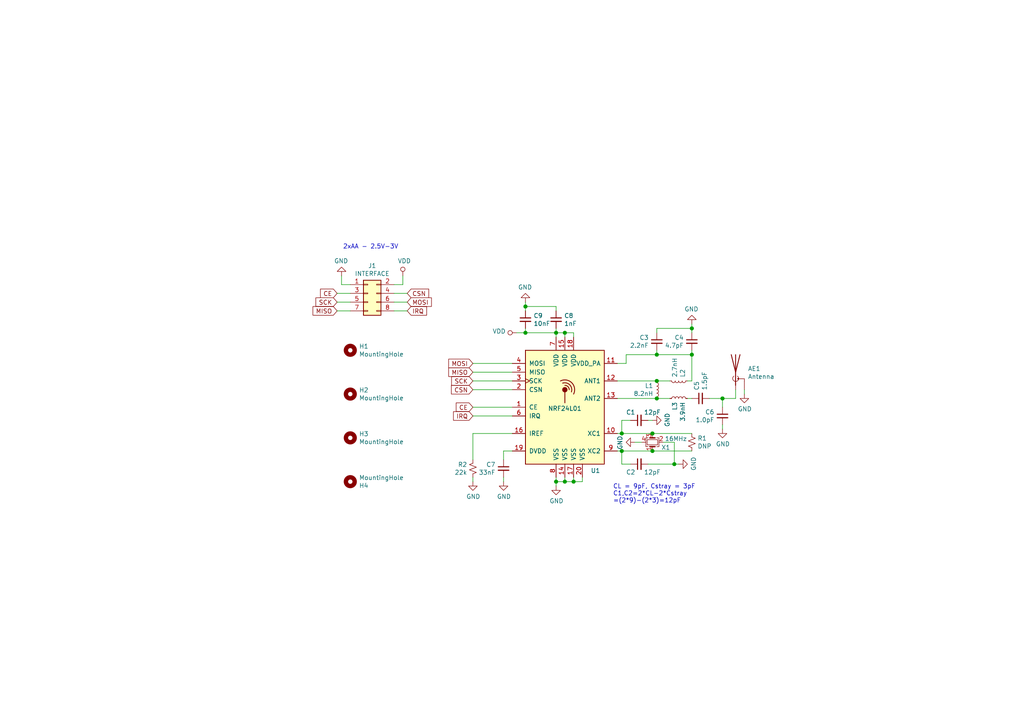
<source format=kicad_sch>
(kicad_sch (version 20201015) (generator eeschema)
  (paper "A4")
  (lib_symbols
    (symbol "Connector_Generic:Conn_02x04_Odd_Even" (pin_names (offset 1.016) hide)
      (property "Reference" "J" (at 1.27 5.08 0))
      (property "Value" "Conn_02x04_Odd_Even" (at 1.27 -7.62 0))
      (symbol "Conn_02x04_Odd_Even_1_1"
        (rectangle (start -1.27 -4.953) (end 0 -5.207) (stroke (width 0.1524)))
        (rectangle (start -1.27 -2.413) (end 0 -2.667) (stroke (width 0.1524)))
        (rectangle (start -1.27 0.127) (end 0 -0.127) (stroke (width 0.1524)))
        (rectangle (start -1.27 2.667) (end 0 2.413) (stroke (width 0.1524)))
        (rectangle (start -1.27 3.81) (end 3.81 -6.35) (stroke (width 0.254)) (fill (type background)))
        (rectangle (start 3.81 -4.953) (end 2.54 -5.207) (stroke (width 0.1524)))
        (rectangle (start 3.81 -2.413) (end 2.54 -2.667) (stroke (width 0.1524)))
        (rectangle (start 3.81 0.127) (end 2.54 -0.127) (stroke (width 0.1524)))
        (rectangle (start 3.81 2.667) (end 2.54 2.413) (stroke (width 0.1524)))
        (pin passive line (at -5.08 2.54 0) (length 3.81) (name "Pin_1") (number "1"))
        (pin passive line (at 7.62 2.54 180) (length 3.81) (name "Pin_2") (number "2"))
        (pin passive line (at -5.08 0 0) (length 3.81) (name "Pin_3") (number "3"))
        (pin passive line (at 7.62 0 180) (length 3.81) (name "Pin_4") (number "4"))
        (pin passive line (at -5.08 -2.54 0) (length 3.81) (name "Pin_5") (number "5"))
        (pin passive line (at 7.62 -2.54 180) (length 3.81) (name "Pin_6") (number "6"))
        (pin passive line (at -5.08 -5.08 0) (length 3.81) (name "Pin_7") (number "7"))
        (pin passive line (at 7.62 -5.08 180) (length 3.81) (name "Pin_8") (number "8"))
      )
    )
    (symbol "Device:Antenna_Shield" (pin_numbers hide) (pin_names (offset 1.016) hide)
      (property "Reference" "AE" (at -1.905 4.445 0))
      (property "Value" "Antenna_Shield" (at -1.905 2.54 0))
      (symbol "Antenna_Shield_0_1"
        (arc (start 0 -2.667) (end -0.508 -1.143) (radius (at -0.0254 -1.8542) (length 0.8128) (angles -88.2 124.2)))
        (arc (start 0 -2.667) (end 0.508 -1.143) (radius (at 0.0254 -1.8542) (length 0.8128) (angles -91.8 55.8)))
        (circle (center 0.762 -1.905) (radius 0.1778) (fill (type outline)))
        (polyline (pts (xy 0 -2.54) (xy 0 0)))
        (polyline (pts (xy 0 5.08) (xy 0 -3.81)) (stroke (width 0.254)))
        (polyline (pts (xy 0.762 -1.905) (xy 2.54 -1.905)))
        (polyline (pts (xy 2.54 -2.54) (xy 2.54 -1.905)))
        (polyline (pts (xy 1.27 5.08) (xy 0 0) (xy -1.27 5.08)) (stroke (width 0.254)))
      )
      (symbol "Antenna_Shield_1_1"
        (pin input line (at 0 -5.08 90) (length 2.54) (name "A") (number "1"))
        (pin input line (at 2.54 -5.08 90) (length 2.54) (name "Shield") (number "2"))
      )
    )
    (symbol "Device:C_Small" (pin_numbers hide) (pin_names (offset 0.254) hide)
      (property "Reference" "C" (at 0.254 1.778 0))
      (property "Value" "C_Small" (at 0.254 -2.032 0))
      (symbol "C_Small_0_1"
        (polyline (pts (xy -1.524 -0.508) (xy 1.524 -0.508)) (stroke (width 0.3302)))
        (polyline (pts (xy -1.524 0.508) (xy 1.524 0.508)) (stroke (width 0.3048)))
      )
      (symbol "C_Small_1_1"
        (pin passive line (at 0 2.54 270) (length 2.032) (name "~") (number "1"))
        (pin passive line (at 0 -2.54 90) (length 2.032) (name "~") (number "2"))
      )
    )
    (symbol "Device:Crystal_GND24_Small" (pin_names (offset 1.016) hide)
      (property "Reference" "Y" (at 1.27 4.445 0))
      (property "Value" "Crystal_GND24_Small" (at 1.27 2.54 0))
      (symbol "Crystal_GND24_Small_0_1"
        (rectangle (start -0.762 -1.524) (end 0.762 1.524))
        (polyline (pts (xy -1.27 -0.762) (xy -1.27 0.762)) (stroke (width 0.381)))
        (polyline (pts (xy 1.27 -0.762) (xy 1.27 0.762)) (stroke (width 0.381)))
        (polyline (pts (xy -1.27 -1.27) (xy -1.27 -1.905) (xy 1.27 -1.905) (xy 1.27 -1.27)))
        (polyline (pts (xy -1.27 1.27) (xy -1.27 1.905) (xy 1.27 1.905) (xy 1.27 1.27)))
      )
      (symbol "Crystal_GND24_Small_1_1"
        (pin passive line (at -2.54 0 0) (length 1.27) (name "1") (number "1"))
        (pin passive line (at 0 -3.175 90) (length 1.27) (name "2") (number "2"))
        (pin passive line (at 2.54 0 180) (length 1.27) (name "3") (number "3"))
        (pin passive line (at 0 3.175 270) (length 1.27) (name "4") (number "4"))
      )
    )
    (symbol "Device:L_Small" (pin_numbers hide) (pin_names (offset 0.254) hide)
      (property "Reference" "L" (at 0.762 1.016 0))
      (property "Value" "L_Small" (at 0.762 -1.016 0))
      (symbol "L_Small_0_1"
        (arc (start 0 -2.032) (end 0 -1.016) (radius (at 0 -1.524) (length 0.508) (angles -89.9 89.9)))
        (arc (start 0 -1.016) (end 0 0) (radius (at 0 -0.508) (length 0.508) (angles -89.9 89.9)))
        (arc (start 0 0) (end 0 1.016) (radius (at 0 0.508) (length 0.508) (angles -89.9 89.9)))
        (arc (start 0 1.016) (end 0 2.032) (radius (at 0 1.524) (length 0.508) (angles -89.9 89.9)))
      )
      (symbol "L_Small_1_1"
        (pin passive line (at 0 2.54 270) (length 0.508) (name "~") (number "1"))
        (pin passive line (at 0 -2.54 90) (length 0.508) (name "~") (number "2"))
      )
    )
    (symbol "Device:R_Small_US" (pin_numbers hide) (pin_names (offset 0.254) hide)
      (property "Reference" "R" (at 0.762 0.508 0))
      (property "Value" "R_Small_US" (at 0.762 -1.016 0))
      (symbol "R_Small_US_1_1"
        (polyline (pts (xy 0 0) (xy 1.016 -0.381) (xy 0 -0.762) (xy -1.016 -1.143) (xy 0 -1.524)))
        (polyline (pts (xy 0 1.524) (xy 1.016 1.143) (xy 0 0.762) (xy -1.016 0.381) (xy 0 0)))
        (pin passive line (at 0 2.54 270) (length 1.016) (name "~") (number "1"))
        (pin passive line (at 0 -2.54 90) (length 1.016) (name "~") (number "2"))
      )
    )
    (symbol "Mechanical:MountingHole" (pin_names (offset 1.016))
      (property "Reference" "H" (at 0 5.08 0))
      (property "Value" "MountingHole" (at 0 3.175 0))
      (symbol "MountingHole_0_1"
        (circle (center 0 0) (radius 1.27) (stroke (width 1.27)))
      )
    )
    (symbol "RF:NRF24L01_1" (pin_names (offset 1.016))
      (property "Reference" "U" (at -11.43 17.78 0))
      (property "Value" "NRF24L01" (at 5.08 17.78 0))
      (symbol "NRF24L01_1_0_0"
        (pin power_in line (at 5.08 -20.32 90) (length 3.81) hide (name "EP") (number "21"))
      )
      (symbol "NRF24L01_1_0_1"
        (arc (start -1.27 7.62) (end 2.54 3.81) (radius (at 0 5.08) (length 2.8448) (angles 116.6 -26.6)) (stroke (width 0.254)))
        (arc (start 0 6.35) (end 1.27 5.08) (radius (at 0 5.1054) (length 1.2446) (angles 90 -1.1)) (stroke (width 0.254)))
        (arc (start -0.635 6.985) (end 1.905 4.445) (radius (at 0 5.1054) (length 1.9812) (angles 108.7 -19.1)) (stroke (width 0.254)))
        (circle (center 0 5.08) (radius 0.635) (stroke (width 0.254)) (fill (type outline)))
        (rectangle (start -11.43 16.51) (end 11.43 -16.51) (stroke (width 0.254)) (fill (type background)))
        (rectangle (start 11.43 -13.97) (end 11.43 -13.97))
        (polyline (pts (xy 0 4.445) (xy 0 1.27)) (stroke (width 0.254)))
      )
      (symbol "NRF24L01_1_1_1"
        (pin input line (at -15.24 0 0) (length 3.81) (name "CE") (number "1"))
        (pin passive line (at 15.24 -7.62 180) (length 3.81) (name "XC1") (number "10"))
        (pin power_out line (at 15.24 12.7 180) (length 3.81) (name "VDD_PA") (number "11"))
        (pin passive line (at 15.24 7.62 180) (length 3.81) (name "ANT1") (number "12"))
        (pin passive line (at 15.24 2.54 180) (length 3.81) (name "ANT2") (number "13"))
        (pin power_in line (at 0 -20.32 90) (length 3.81) (name "VSS") (number "14"))
        (pin power_in line (at 0 20.32 270) (length 3.81) (name "VDD") (number "15"))
        (pin passive line (at -15.24 -7.62 0) (length 3.81) (name "IREF") (number "16"))
        (pin power_in line (at 2.54 -20.32 90) (length 3.81) (name "VSS") (number "17"))
        (pin power_in line (at 2.54 20.32 270) (length 3.81) (name "VDD") (number "18"))
        (pin power_out line (at -15.24 -12.7 0) (length 3.81) (name "DVDD") (number "19"))
        (pin input line (at -15.24 5.08 0) (length 3.81) (name "CSN") (number "2"))
        (pin power_in line (at 5.08 -20.32 90) (length 3.81) (name "VSS") (number "20"))
        (pin input clock (at -15.24 7.62 0) (length 3.81) (name "SCK") (number "3"))
        (pin input line (at -15.24 12.7 0) (length 3.81) (name "MOSI") (number "4"))
        (pin output line (at -15.24 10.16 0) (length 3.81) (name "MISO") (number "5"))
        (pin output line (at -15.24 -2.54 0) (length 3.81) (name "IRQ") (number "6"))
        (pin power_in line (at -2.54 20.32 270) (length 3.81) (name "VDD") (number "7"))
        (pin power_in line (at -2.54 -20.32 90) (length 3.81) (name "VSS") (number "8"))
        (pin passive line (at 15.24 -12.7 180) (length 3.81) (name "XC2") (number "9"))
      )
    )
    (symbol "power:GND" (power) (pin_names (offset 0))
      (property "Value" "GND" (at 0 -3.81 0))
      (symbol "GND_0_1"
        (polyline (pts (xy 0 0) (xy 0 -1.27) (xy 1.27 -1.27) (xy 0 -2.54) (xy -1.27 -1.27) (xy 0 -1.27)))
      )
      (symbol "GND_1_1"
        (pin power_in line (at 0 0 270) (length 0) hide (name "GND") (number "1"))
      )
    )
    (symbol "power:VDD" (power) (pin_names (offset 0))
      (property "Value" "VDD" (at 0 3.81 0))
      (symbol "VDD_0_1"
        (circle (center 0 1.905) (radius 0.635))
        (polyline (pts (xy 0 0) (xy 0 1.27)))
      )
      (symbol "VDD_1_1"
        (pin power_in line (at 0 0 90) (length 0) hide (name "VDD") (number "1"))
      )
    )
  )
  (junction (at 152.4 88.9) (diameter 1.016))
  (junction (at 152.4 96.52) (diameter 1.016))
  (junction (at 161.29 96.52) (diameter 1.016))
  (junction (at 161.29 139.7) (diameter 1.016))
  (junction (at 163.83 96.52) (diameter 1.016))
  (junction (at 163.83 139.7) (diameter 1.016))
  (junction (at 166.37 139.7) (diameter 1.016))
  (junction (at 180.34 125.73) (diameter 1.016))
  (junction (at 180.34 130.81) (diameter 1.016))
  (junction (at 189.23 125.73) (diameter 1.016))
  (junction (at 189.23 130.81) (diameter 1.016))
  (junction (at 190.5 102.87) (diameter 1.016))
  (junction (at 190.5 110.49) (diameter 1.016))
  (junction (at 190.5 115.57) (diameter 1.016))
  (junction (at 195.58 134.62) (diameter 1.016))
  (junction (at 200.66 95.25) (diameter 1.016))
  (junction (at 200.66 102.87) (diameter 1.016))
  (junction (at 209.55 115.57) (diameter 1.016))
  (wire (pts (xy 97.79 85.09) (xy 101.6 85.09)))
  (wire (pts (xy 97.79 87.63) (xy 101.6 87.63)))
  (wire (pts (xy 97.79 90.17) (xy 101.6 90.17)))
  (wire (pts (xy 99.06 80.01) (xy 99.06 82.55)))
  (wire (pts (xy 99.06 82.55) (xy 101.6 82.55)))
  (wire (pts (xy 114.3 85.09) (xy 118.11 85.09)))
  (wire (pts (xy 114.3 87.63) (xy 118.11 87.63)))
  (wire (pts (xy 114.3 90.17) (xy 118.11 90.17)))
  (wire (pts (xy 116.84 80.01) (xy 116.84 82.55)))
  (wire (pts (xy 116.84 82.55) (xy 114.3 82.55)))
  (wire (pts (xy 137.16 105.41) (xy 148.59 105.41)))
  (wire (pts (xy 137.16 107.95) (xy 148.59 107.95)))
  (wire (pts (xy 137.16 110.49) (xy 148.59 110.49)))
  (wire (pts (xy 137.16 113.03) (xy 148.59 113.03)))
  (wire (pts (xy 137.16 118.11) (xy 148.59 118.11)))
  (wire (pts (xy 137.16 120.65) (xy 148.59 120.65)))
  (wire (pts (xy 137.16 125.73) (xy 148.59 125.73)))
  (wire (pts (xy 137.16 133.35) (xy 137.16 125.73)))
  (wire (pts (xy 137.16 138.43) (xy 137.16 139.7)))
  (wire (pts (xy 146.05 130.81) (xy 146.05 133.35)))
  (wire (pts (xy 146.05 138.43) (xy 146.05 139.7)))
  (wire (pts (xy 148.59 130.81) (xy 146.05 130.81)))
  (wire (pts (xy 149.86 96.52) (xy 152.4 96.52)))
  (wire (pts (xy 152.4 87.63) (xy 152.4 88.9)))
  (wire (pts (xy 152.4 88.9) (xy 152.4 90.17)))
  (wire (pts (xy 152.4 88.9) (xy 161.29 88.9)))
  (wire (pts (xy 152.4 95.25) (xy 152.4 96.52)))
  (wire (pts (xy 152.4 96.52) (xy 161.29 96.52)))
  (wire (pts (xy 161.29 88.9) (xy 161.29 90.17)))
  (wire (pts (xy 161.29 95.25) (xy 161.29 96.52)))
  (wire (pts (xy 161.29 96.52) (xy 161.29 97.79)))
  (wire (pts (xy 161.29 96.52) (xy 163.83 96.52)))
  (wire (pts (xy 161.29 138.43) (xy 161.29 139.7)))
  (wire (pts (xy 161.29 139.7) (xy 161.29 140.97)))
  (wire (pts (xy 161.29 139.7) (xy 163.83 139.7)))
  (wire (pts (xy 163.83 96.52) (xy 163.83 97.79)))
  (wire (pts (xy 163.83 96.52) (xy 166.37 96.52)))
  (wire (pts (xy 163.83 138.43) (xy 163.83 139.7)))
  (wire (pts (xy 163.83 139.7) (xy 166.37 139.7)))
  (wire (pts (xy 166.37 96.52) (xy 166.37 97.79)))
  (wire (pts (xy 166.37 138.43) (xy 166.37 139.7)))
  (wire (pts (xy 166.37 139.7) (xy 168.91 139.7)))
  (wire (pts (xy 168.91 138.43) (xy 168.91 139.7)))
  (wire (pts (xy 179.07 105.41) (xy 181.61 105.41)))
  (wire (pts (xy 179.07 110.49) (xy 190.5 110.49)))
  (wire (pts (xy 179.07 115.57) (xy 190.5 115.57)))
  (wire (pts (xy 179.07 125.73) (xy 180.34 125.73)))
  (wire (pts (xy 179.07 130.81) (xy 180.34 130.81)))
  (wire (pts (xy 180.34 121.92) (xy 182.88 121.92)))
  (wire (pts (xy 180.34 125.73) (xy 180.34 121.92)))
  (wire (pts (xy 180.34 125.73) (xy 189.23 125.73)))
  (wire (pts (xy 180.34 130.81) (xy 189.23 130.81)))
  (wire (pts (xy 180.34 134.62) (xy 180.34 130.81)))
  (wire (pts (xy 181.61 102.87) (xy 190.5 102.87)))
  (wire (pts (xy 181.61 105.41) (xy 181.61 102.87)))
  (wire (pts (xy 182.88 134.62) (xy 180.34 134.62)))
  (wire (pts (xy 184.15 128.27) (xy 186.055 128.27)))
  (wire (pts (xy 187.96 121.92) (xy 189.23 121.92)))
  (wire (pts (xy 187.96 134.62) (xy 195.58 134.62)))
  (wire (pts (xy 189.23 125.73) (xy 200.66 125.73)))
  (wire (pts (xy 189.23 130.81) (xy 200.66 130.81)))
  (wire (pts (xy 190.5 95.25) (xy 200.66 95.25)))
  (wire (pts (xy 190.5 96.52) (xy 190.5 95.25)))
  (wire (pts (xy 190.5 101.6) (xy 190.5 102.87)))
  (wire (pts (xy 190.5 102.87) (xy 200.66 102.87)))
  (wire (pts (xy 190.5 110.49) (xy 194.31 110.49)))
  (wire (pts (xy 190.5 115.57) (xy 194.31 115.57)))
  (wire (pts (xy 192.405 128.27) (xy 195.58 128.27)))
  (wire (pts (xy 195.58 134.62) (xy 195.58 128.27)))
  (wire (pts (xy 195.58 134.62) (xy 196.85 134.62)))
  (wire (pts (xy 199.39 115.57) (xy 200.66 115.57)))
  (wire (pts (xy 200.66 93.98) (xy 200.66 95.25)))
  (wire (pts (xy 200.66 95.25) (xy 200.66 96.52)))
  (wire (pts (xy 200.66 101.6) (xy 200.66 102.87)))
  (wire (pts (xy 200.66 102.87) (xy 200.66 110.49)))
  (wire (pts (xy 200.66 110.49) (xy 199.39 110.49)))
  (wire (pts (xy 205.74 115.57) (xy 209.55 115.57)))
  (wire (pts (xy 209.55 115.57) (xy 209.55 118.11)))
  (wire (pts (xy 209.55 115.57) (xy 213.36 115.57)))
  (wire (pts (xy 209.55 123.19) (xy 209.55 124.46)))
  (wire (pts (xy 213.36 115.57) (xy 213.36 113.03)))
  (wire (pts (xy 215.9 113.03) (xy 215.9 114.3)))
  (text "2xAA - 2.5V-3V" (at 115.57 72.39 180) (effects (font (size 1.27 1.27)) (justify right bottom)))
  (text "CL = 9pF, Cstray = 3pF\nC1,C2=2*CL-2*Cstray\n=(2*9)-(2*3)=12pF" (at 177.8 146.05 0) (effects (font (size 1.27 1.27)) (justify left bottom)))
  (global_label "CE" (shape input) (at 97.79 85.09 180) (property "Intersheet References" "${INTERSHEET_REFS}" (effects hide)))
  (global_label "SCK" (shape input) (at 97.79 87.63 180) (property "Intersheet References" "${INTERSHEET_REFS}" (effects hide)))
  (global_label "MISO" (shape input) (at 97.79 90.17 180) (property "Intersheet References" "${INTERSHEET_REFS}" (effects hide)))
  (global_label "CSN" (shape input) (at 118.11 85.09 0) (property "Intersheet References" "${INTERSHEET_REFS}" (effects hide)))
  (global_label "MOSI" (shape input) (at 118.11 87.63 0) (property "Intersheet References" "${INTERSHEET_REFS}" (effects hide)))
  (global_label "IRQ" (shape input) (at 118.11 90.17 0) (property "Intersheet References" "${INTERSHEET_REFS}" (effects hide)))
  (global_label "MOSI" (shape input) (at 137.16 105.41 180) (property "Intersheet References" "${INTERSHEET_REFS}" (effects hide)))
  (global_label "MISO" (shape input) (at 137.16 107.95 180) (property "Intersheet References" "${INTERSHEET_REFS}" (effects hide)))
  (global_label "SCK" (shape input) (at 137.16 110.49 180) (property "Intersheet References" "${INTERSHEET_REFS}" (effects hide)))
  (global_label "CSN" (shape input) (at 137.16 113.03 180) (property "Intersheet References" "${INTERSHEET_REFS}" (effects hide)))
  (global_label "CE" (shape input) (at 137.16 118.11 180) (property "Intersheet References" "${INTERSHEET_REFS}" (effects hide)))
  (global_label "IRQ" (shape input) (at 137.16 120.65 180) (property "Intersheet References" "${INTERSHEET_REFS}" (effects hide)))
  (symbol (lib_id "Device:L_Small") (at 190.5 113.03 0) (mirror x) (unit 1)
    (property "Reference" "L1" (at 189.484 111.887 0) (effects (justify right)))
    (property "Value" "8.2nH" (at 189.484 114.173 0) (effects (justify right)))
    (property "Footprint" "Inductor_SMD:L_0402_1005Metric" (effects hide))
  )
  (symbol (lib_id "Device:L_Small") (at 196.85 110.49 90) (mirror x) (unit 1)
    (property "Reference" "L2" (at 197.993 109.474 0) (effects (justify right)))
    (property "Value" "2.7nH" (at 195.707 109.474 0) (effects (justify right)))
    (property "Footprint" "Inductor_SMD:L_0402_1005Metric" (effects hide))
  )
  (symbol (lib_id "Device:L_Small") (at 196.85 115.57 270) (mirror x) (unit 1)
    (property "Reference" "L3" (at 195.707 116.586 0) (effects (justify right)))
    (property "Value" "3.9nH" (at 197.993 116.586 0) (effects (justify right)))
    (property "Footprint" "Inductor_SMD:L_0402_1005Metric" (effects hide))
  )
  (symbol (lib_id "power:VDD") (at 116.84 80.01 0) (unit 1)
    (property "Reference" "#PWR09" (effects hide))
    (property "Value" "VDD" (at 117.2718 75.6856 0))
  )
  (symbol (lib_id "power:VDD") (at 149.86 96.52 90) (unit 1)
    (property "Reference" "#PWR011" (effects hide))
    (property "Value" "VDD" (at 146.6849 96.0882 90) (effects (justify left)))
  )
  (symbol (lib_id "power:GND") (at 99.06 80.01 180) (unit 1)
    (property "Reference" "#PWR010" (effects hide))
    (property "Value" "GND" (at 98.9457 75.6856 0))
  )
  (symbol (lib_id "power:GND") (at 137.16 139.7 0) (unit 1)
    (property "Reference" "#PWR06" (effects hide))
    (property "Value" "GND" (at 137.2743 144.0244 0))
  )
  (symbol (lib_id "power:GND") (at 146.05 139.7 0) (unit 1)
    (property "Reference" "#PWR07" (effects hide))
    (property "Value" "GND" (at 146.1643 144.0244 0))
  )
  (symbol (lib_id "power:GND") (at 152.4 87.63 180) (unit 1)
    (property "Reference" "#PWR01" (effects hide))
    (property "Value" "GND" (at 152.2857 83.3056 0))
  )
  (symbol (lib_id "power:GND") (at 161.29 140.97 0) (unit 1)
    (property "Reference" "#PWR08" (effects hide))
    (property "Value" "GND" (at 161.4043 145.2944 0))
  )
  (symbol (lib_id "power:GND") (at 184.15 128.27 270) (unit 1)
    (property "Reference" "#PWR012" (effects hide))
    (property "Value" "GND" (at 179.8256 128.3843 0))
  )
  (symbol (lib_id "power:GND") (at 189.23 121.92 90) (unit 1)
    (property "Reference" "#PWR03" (effects hide))
    (property "Value" "GND" (at 193.5544 121.8057 0))
  )
  (symbol (lib_id "power:GND") (at 196.85 134.62 90) (unit 1)
    (property "Reference" "#PWR05" (effects hide))
    (property "Value" "GND" (at 201.1744 134.5057 0))
  )
  (symbol (lib_id "power:GND") (at 200.66 93.98 180) (unit 1)
    (property "Reference" "#PWR02" (effects hide))
    (property "Value" "GND" (at 200.5457 89.6556 0))
  )
  (symbol (lib_id "power:GND") (at 209.55 124.46 0) (unit 1)
    (property "Reference" "#PWR04" (effects hide))
    (property "Value" "GND" (at 209.6643 128.7844 0))
  )
  (symbol (lib_id "power:GND") (at 215.9 114.3 0) (unit 1)
    (property "Reference" "#PWR013" (effects hide))
    (property "Value" "GND" (at 216.0143 118.6244 0))
  )
  (symbol (lib_id "Device:R_Small_US") (at 137.16 135.89 0) (mirror x) (unit 1)
    (property "Reference" "R2" (at 135.5089 134.7406 0) (effects (justify right)))
    (property "Value" "22k" (at 135.509 137.033 0) (effects (justify right)))
    (property "Footprint" "Resistor_SMD:R_0402_1005Metric" (effects hide))
  )
  (symbol (lib_id "Device:R_Small_US") (at 200.66 128.27 180) (unit 1)
    (property "Reference" "R1" (at 202.3111 127.1206 0) (effects (justify right)))
    (property "Value" "DNP" (at 202.311 129.413 0) (effects (justify right)))
    (property "Footprint" "Resistor_SMD:R_0402_1005Metric" (effects hide))
  )
  (symbol (lib_id "Mechanical:MountingHole") (at 101.6 101.6 0) (unit 1)
    (property "Reference" "H1" (at 104.1401 100.4506 0) (effects (justify left)))
    (property "Value" "MountingHole" (at 104.1401 102.7493 0) (effects (justify left)))
    (property "Footprint" "buttonNRF24Board:hole2.2" (effects hide))
  )
  (symbol (lib_id "Mechanical:MountingHole") (at 101.6 114.3 0) (unit 1)
    (property "Reference" "H2" (at 104.1401 113.1506 0) (effects (justify left)))
    (property "Value" "MountingHole" (at 104.1401 115.4493 0) (effects (justify left)))
    (property "Footprint" "buttonNRF24Board:hole1.8" (effects hide))
  )
  (symbol (lib_id "Mechanical:MountingHole") (at 101.6 127 0) (unit 1)
    (property "Reference" "H3" (at 104.1401 125.8506 0) (effects (justify left)))
    (property "Value" "MountingHole" (at 104.1401 128.1493 0) (effects (justify left)))
    (property "Footprint" "buttonNRF24Board:hole2.2" (effects hide))
  )
  (symbol (lib_id "Mechanical:MountingHole") (at 101.6 139.7 0) (mirror x) (unit 1)
    (property "Reference" "H4" (at 104.1401 140.8494 0) (effects (justify left)))
    (property "Value" "MountingHole" (at 104.1401 138.5507 0) (effects (justify left)))
    (property "Footprint" "buttonNRF24Board:hole1.8" (effects hide))
  )
  (symbol (lib_id "Device:C_Small") (at 146.05 135.89 0) (mirror y) (unit 1)
    (property "Reference" "C7" (at 143.7132 134.747 0) (effects (justify left)))
    (property "Value" "33nF" (at 143.7132 137.033 0) (effects (justify left)))
    (property "Footprint" "Capacitor_SMD:C_0402_1005Metric" (effects hide))
  )
  (symbol (lib_id "Device:C_Small") (at 152.4 92.71 0) (unit 1)
    (property "Reference" "C9" (at 154.7368 91.567 0) (effects (justify left)))
    (property "Value" "10nF" (at 154.7368 93.853 0) (effects (justify left)))
    (property "Footprint" "Capacitor_SMD:C_0402_1005Metric" (effects hide))
  )
  (symbol (lib_id "Device:C_Small") (at 161.29 92.71 0) (unit 1)
    (property "Reference" "C8" (at 163.6268 91.567 0) (effects (justify left)))
    (property "Value" "1nF" (at 163.6268 93.853 0) (effects (justify left)))
    (property "Footprint" "Capacitor_SMD:C_0402_1005Metric" (effects hide))
  )
  (symbol (lib_id "Device:C_Small") (at 185.42 121.92 90) (unit 1)
    (property "Reference" "C1" (at 184.277 119.5832 90) (effects (justify left)))
    (property "Value" "12pF" (at 191.643 119.5832 90) (effects (justify left)))
    (property "Footprint" "Capacitor_SMD:C_0402_1005Metric" (effects hide))
  )
  (symbol (lib_id "Device:C_Small") (at 185.42 134.62 90) (mirror x) (unit 1)
    (property "Reference" "C2" (at 184.277 136.9568 90) (effects (justify left)))
    (property "Value" "12pF" (at 191.643 136.9568 90) (effects (justify left)))
    (property "Footprint" "Capacitor_SMD:C_0402_1005Metric" (effects hide))
  )
  (symbol (lib_id "Device:C_Small") (at 190.5 99.06 0) (mirror y) (unit 1)
    (property "Reference" "C3" (at 188.1758 97.9106 0) (effects (justify left)))
    (property "Value" "2.2nF" (at 188.1632 100.203 0) (effects (justify left)))
    (property "Footprint" "Capacitor_SMD:C_0402_1005Metric" (effects hide))
  )
  (symbol (lib_id "Device:C_Small") (at 200.66 99.06 0) (mirror y) (unit 1)
    (property "Reference" "C4" (at 198.3358 97.9106 0) (effects (justify left)))
    (property "Value" "4.7pF" (at 198.3232 100.203 0) (effects (justify left)))
    (property "Footprint" "Capacitor_SMD:C_0402_1005Metric" (effects hide))
  )
  (symbol (lib_id "Device:C_Small") (at 203.2 115.57 90) (unit 1)
    (property "Reference" "C5" (at 202.0506 113.2458 0) (effects (justify left)))
    (property "Value" "1.5pF" (at 204.343 113.2332 0) (effects (justify left)))
    (property "Footprint" "Capacitor_SMD:C_0402_1005Metric" (effects hide))
  )
  (symbol (lib_id "Device:C_Small") (at 209.55 120.65 0) (mirror y) (unit 1)
    (property "Reference" "C6" (at 207.2132 119.507 0) (effects (justify left)))
    (property "Value" "1.0pF" (at 207.2132 121.793 0) (effects (justify left)))
    (property "Footprint" "Capacitor_SMD:C_0402_1005Metric" (effects hide))
  )
  (symbol (lib_id "Device:Crystal_GND24_Small") (at 189.23 128.27 90) (unit 1)
    (property "Reference" "X1" (at 194.4306 129.7939 90) (effects (justify left)))
    (property "Value" "16MHz" (at 199.263 127.254 90) (effects (justify left)))
    (property "Footprint" "Crystal:Crystal_SMD_3225-4Pin_3.2x2.5mm" (effects hide))
    (property "Datasheet" "https://ecsxtal.com/store/pdf/ECS-33B.pdf" (effects hide))
  )
  (symbol (lib_id "Device:Antenna_Shield") (at 213.36 107.95 0) (unit 1)
    (property "Reference" "AE1" (at 216.9161 106.9276 0) (effects (justify left)))
    (property "Value" "Antenna" (at 216.9161 109.2263 0) (effects (justify left)))
    (property "Footprint" "RF_Antenna:Texas_SWRA117D_2.4GHz_Left" (effects hide))
  )
  (symbol (lib_id "Connector_Generic:Conn_02x04_Odd_Even") (at 106.68 85.09 0) (unit 1)
    (property "Reference" "J1" (at 107.95 77.0698 0))
    (property "Value" "INTERFACE" (at 107.95 79.375 0))
    (property "Footprint" "Connector_PinHeader_2.54mm:PinHeader_2x04_P2.54mm_Vertical" (effects hide))
  )
  (symbol (lib_name "RF:NRF24L01_1") (lib_id "RF:NRF24L01") (at 163.83 118.11 0) (unit 1)
    (property "Reference" "U1" (at 172.72 136.5058 0))
    (property "Value" "NRF24L01" (at 163.83 118.4845 0))
    (property "Footprint" "Package_DFN_QFN:QFN-20-1EP_4x4mm_P0.5mm_EP2.5x2.5mm" (effects hide))
    (property "Datasheet" "http://www.nordicsemi.com/eng/content/download/2730/34105/file/nRF24L01_Product_Specification_v2_0.pdf" (effects hide))
  )
)
</source>
